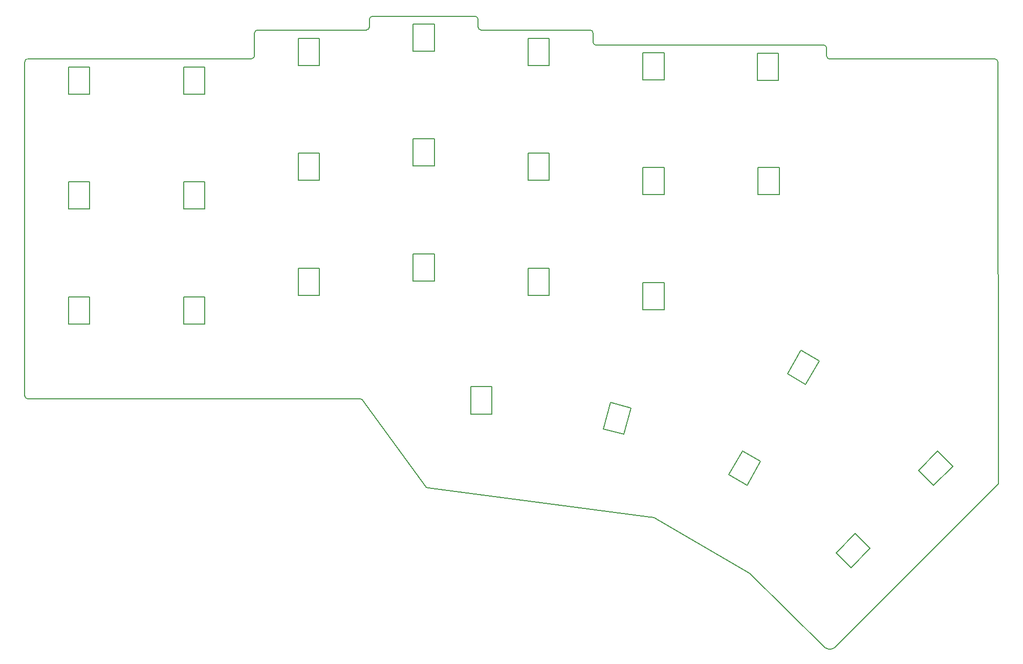
<source format=gm1>
G04 #@! TF.GenerationSoftware,KiCad,Pcbnew,(6.0.9)*
G04 #@! TF.CreationDate,2022-12-04T20:33:54+01:00*
G04 #@! TF.ProjectId,corne-cherry,636f726e-652d-4636-9865-7272792e6b69,2.1*
G04 #@! TF.SameCoordinates,Original*
G04 #@! TF.FileFunction,Profile,NP*
%FSLAX46Y46*%
G04 Gerber Fmt 4.6, Leading zero omitted, Abs format (unit mm)*
G04 Created by KiCad (PCBNEW (6.0.9)) date 2022-12-04 20:33:54*
%MOMM*%
%LPD*%
G01*
G04 APERTURE LIST*
G04 #@! TA.AperFunction,Profile*
%ADD10C,0.150000*%
G04 #@! TD*
G04 APERTURE END LIST*
D10*
X61000000Y-123750000D02*
X60999600Y-100665000D01*
X60999600Y-98750000D02*
X60999600Y-100665000D01*
X60999600Y-82250000D02*
X60999600Y-98750000D01*
X193650480Y-66225980D02*
X193650480Y-67550980D01*
X155000000Y-63750000D02*
G75*
G03*
X154500000Y-63250000I-500000J0D01*
G01*
X61500000Y-124250000D02*
X80500000Y-124250000D01*
X165075000Y-143900000D02*
X180950480Y-153125980D01*
X221996927Y-68553980D02*
X222050480Y-138325980D01*
X155000000Y-65250000D02*
X155000000Y-63750000D01*
X116500000Y-124250000D02*
X80500000Y-124250000D01*
X118500000Y-61000000D02*
G75*
G03*
X118000000Y-61500000I0J-500000D01*
G01*
X194150480Y-68050980D02*
X201464480Y-68053980D01*
X99000000Y-63750000D02*
X99000000Y-67500000D01*
X98500000Y-68000000D02*
G75*
G03*
X99000000Y-67500000I0J500000D01*
G01*
X61000000Y-123750000D02*
G75*
G03*
X61500000Y-124250000I500000J0D01*
G01*
X61500000Y-68000000D02*
G75*
G03*
X61000000Y-68500000I0J-500000D01*
G01*
X136000000Y-61500000D02*
G75*
G03*
X135500000Y-61000000I-500000J0D01*
G01*
X116853553Y-124396447D02*
G75*
G03*
X116500000Y-124250000I-353553J-353553D01*
G01*
X155000000Y-65250000D02*
G75*
G03*
X155500000Y-65750000I500000J0D01*
G01*
X180950480Y-153125980D02*
X193407653Y-165415335D01*
X80500000Y-68000000D02*
X61500000Y-68000000D01*
X127396447Y-138853553D02*
G75*
G03*
X127750000Y-139000000I353553J353553D01*
G01*
X154500000Y-63250000D02*
X136500000Y-63250000D01*
X61000000Y-68500000D02*
X60999600Y-82250000D01*
X117500000Y-63250000D02*
X99500000Y-63250000D01*
X136000000Y-62750000D02*
X136000000Y-61500000D01*
X221496927Y-68053980D02*
X201464480Y-68053980D01*
X193650520Y-67550980D02*
G75*
G03*
X194150480Y-68050980I499980J-20D01*
G01*
X135500000Y-61000000D02*
X118500000Y-61000000D01*
X165074999Y-143900002D02*
G75*
G03*
X164420556Y-143770344I-987599J-3268398D01*
G01*
X136000000Y-62750000D02*
G75*
G03*
X136500000Y-63250000I500000J0D01*
G01*
X193407618Y-165415387D02*
G75*
G03*
X195335665Y-165035844I774982J1150087D01*
G01*
X127750000Y-139000000D02*
X164420556Y-143770344D01*
X117500000Y-63250000D02*
G75*
G03*
X118000000Y-62750000I0J500000D01*
G01*
X118000000Y-61500000D02*
X118000000Y-62750000D01*
X116853553Y-124396447D02*
X127396447Y-138853553D01*
X195335665Y-165035844D02*
X222050480Y-138325980D01*
X99500000Y-63250000D02*
G75*
G03*
X99000000Y-63750000I0J-500000D01*
G01*
X221996920Y-68553980D02*
G75*
G03*
X221496927Y-68053980I-500020J-20D01*
G01*
X193650520Y-66225980D02*
G75*
G03*
X193150480Y-65725980I-500020J-20D01*
G01*
X98500000Y-68000000D02*
X80500000Y-68000000D01*
X193150480Y-65725980D02*
X155500000Y-65750000D01*
X68250000Y-69375000D02*
X68250000Y-73875000D01*
X71750000Y-69375000D02*
X71750000Y-73875000D01*
X68250000Y-69375000D02*
X71750000Y-69375000D01*
X71750000Y-73875000D02*
X68250000Y-73875000D01*
X87250000Y-69375000D02*
X87250000Y-73875000D01*
X90750000Y-73875000D02*
X87250000Y-73875000D01*
X87250000Y-69375000D02*
X90750000Y-69375000D01*
X90750000Y-69375000D02*
X90750000Y-73875000D01*
X109750000Y-69125000D02*
X106250000Y-69125000D01*
X106250000Y-64625000D02*
X106250000Y-69125000D01*
X109750000Y-64625000D02*
X109750000Y-69125000D01*
X106250000Y-64625000D02*
X109750000Y-64625000D01*
X125250000Y-62250000D02*
X128750000Y-62250000D01*
X128750000Y-62250000D02*
X128750000Y-66750000D01*
X125250000Y-62250000D02*
X125250000Y-66750000D01*
X128750000Y-66750000D02*
X125250000Y-66750000D01*
X147750000Y-64625000D02*
X147750000Y-69125000D01*
X144250000Y-64625000D02*
X147750000Y-64625000D01*
X147750000Y-69125000D02*
X144250000Y-69125000D01*
X144250000Y-64625000D02*
X144250000Y-69125000D01*
X163250000Y-67000000D02*
X166750000Y-67000000D01*
X166750000Y-67000000D02*
X166750000Y-71500000D01*
X163250000Y-67000000D02*
X163250000Y-71500000D01*
X166750000Y-71500000D02*
X163250000Y-71500000D01*
X68250000Y-88375000D02*
X71750000Y-88375000D01*
X71750000Y-88375000D02*
X71750000Y-92875000D01*
X71750000Y-92875000D02*
X68250000Y-92875000D01*
X68250000Y-88375000D02*
X68250000Y-92875000D01*
X90750000Y-92875000D02*
X87250000Y-92875000D01*
X87250000Y-88375000D02*
X87250000Y-92875000D01*
X87250000Y-88375000D02*
X90750000Y-88375000D01*
X90750000Y-88375000D02*
X90750000Y-92875000D01*
X109750000Y-83625000D02*
X109750000Y-88125000D01*
X106250000Y-83625000D02*
X106250000Y-88125000D01*
X106250000Y-83625000D02*
X109750000Y-83625000D01*
X109750000Y-88125000D02*
X106250000Y-88125000D01*
X128750000Y-81250000D02*
X128750000Y-85750000D01*
X128750000Y-85750000D02*
X125250000Y-85750000D01*
X125250000Y-81250000D02*
X128750000Y-81250000D01*
X125250000Y-81250000D02*
X125250000Y-85750000D01*
X147750000Y-88125000D02*
X144250000Y-88125000D01*
X144250000Y-83625000D02*
X144250000Y-88125000D01*
X144250000Y-83625000D02*
X147750000Y-83625000D01*
X147750000Y-83625000D02*
X147750000Y-88125000D01*
X163250000Y-86000000D02*
X166750000Y-86000000D01*
X166750000Y-90500000D02*
X163250000Y-90500000D01*
X163250000Y-90500000D02*
X163250000Y-86000000D01*
X166750000Y-90500000D02*
X166750000Y-86000000D01*
X71750000Y-111875000D02*
X68250000Y-111875000D01*
X68250000Y-107375000D02*
X68250000Y-111875000D01*
X68250000Y-107375000D02*
X71750000Y-107375000D01*
X71750000Y-107375000D02*
X71750000Y-111875000D01*
X87250000Y-107375000D02*
X90750000Y-107375000D01*
X90750000Y-107375000D02*
X90750000Y-111875000D01*
X87250000Y-107375000D02*
X87250000Y-111875000D01*
X90750000Y-111875000D02*
X87250000Y-111875000D01*
X109750000Y-102625000D02*
X109750000Y-107125000D01*
X109750000Y-107125000D02*
X106250000Y-107125000D01*
X106250000Y-102625000D02*
X106250000Y-107125000D01*
X106250000Y-102625000D02*
X109750000Y-102625000D01*
X125250000Y-100250000D02*
X125250000Y-104750000D01*
X128750000Y-104750000D02*
X125250000Y-104750000D01*
X128750000Y-100250000D02*
X128750000Y-104750000D01*
X125250000Y-100250000D02*
X128750000Y-100250000D01*
X147750000Y-107125000D02*
X144250000Y-107125000D01*
X147750000Y-102625000D02*
X147750000Y-107125000D01*
X144250000Y-102625000D02*
X144250000Y-107125000D01*
X144250000Y-102625000D02*
X147750000Y-102625000D01*
X166750000Y-109500000D02*
X163250000Y-109500000D01*
X163250000Y-105000000D02*
X163250000Y-109500000D01*
X166750000Y-105000000D02*
X166750000Y-109500000D01*
X163250000Y-105000000D02*
X166750000Y-105000000D01*
X138250000Y-126750000D02*
X134750000Y-126750000D01*
X138250000Y-122250000D02*
X138250000Y-126750000D01*
X134750000Y-122250000D02*
X138250000Y-122250000D01*
X134750000Y-122250000D02*
X134750000Y-126750000D01*
X157891973Y-124873734D02*
X161272713Y-125779600D01*
X157891973Y-124873734D02*
X156727287Y-129220400D01*
X160108027Y-130126266D02*
X156727287Y-129220400D01*
X161272713Y-125779600D02*
X160108027Y-130126266D01*
X177456920Y-136764715D02*
X179706920Y-132867601D01*
X179706920Y-132867601D02*
X182738008Y-134617601D01*
X180488008Y-138514715D02*
X177456920Y-136764715D01*
X180488008Y-138514715D02*
X182738008Y-134617601D01*
X197686015Y-152165320D02*
X195211141Y-149690446D01*
X198393121Y-146508466D02*
X195211141Y-149690446D01*
X198393121Y-146508466D02*
X200867995Y-148983340D01*
X200867995Y-148983340D02*
X197686015Y-152165320D01*
X214518890Y-135393462D02*
X211336910Y-138575442D01*
X211336910Y-138575442D02*
X208862036Y-136100568D01*
X212044016Y-132918588D02*
X214518890Y-135393462D01*
X212044016Y-132918588D02*
X208862036Y-136100568D01*
X192441024Y-117989283D02*
X190191024Y-121886397D01*
X190191024Y-121886397D02*
X187159936Y-120136397D01*
X189409936Y-116239283D02*
X192441024Y-117989283D01*
X189409936Y-116239283D02*
X187159936Y-120136397D01*
X185700480Y-67055980D02*
X185700480Y-71555980D01*
X185700480Y-71555980D02*
X182200480Y-71555980D01*
X182200480Y-67055980D02*
X182200480Y-71555980D01*
X182200480Y-67055980D02*
X185700480Y-67055980D01*
X185800480Y-90475980D02*
X182300480Y-90475980D01*
X182300480Y-85975980D02*
X185800480Y-85975980D01*
X182300480Y-90475980D02*
X182300480Y-85975980D01*
X185800480Y-90475980D02*
X185800480Y-85975980D01*
M02*

</source>
